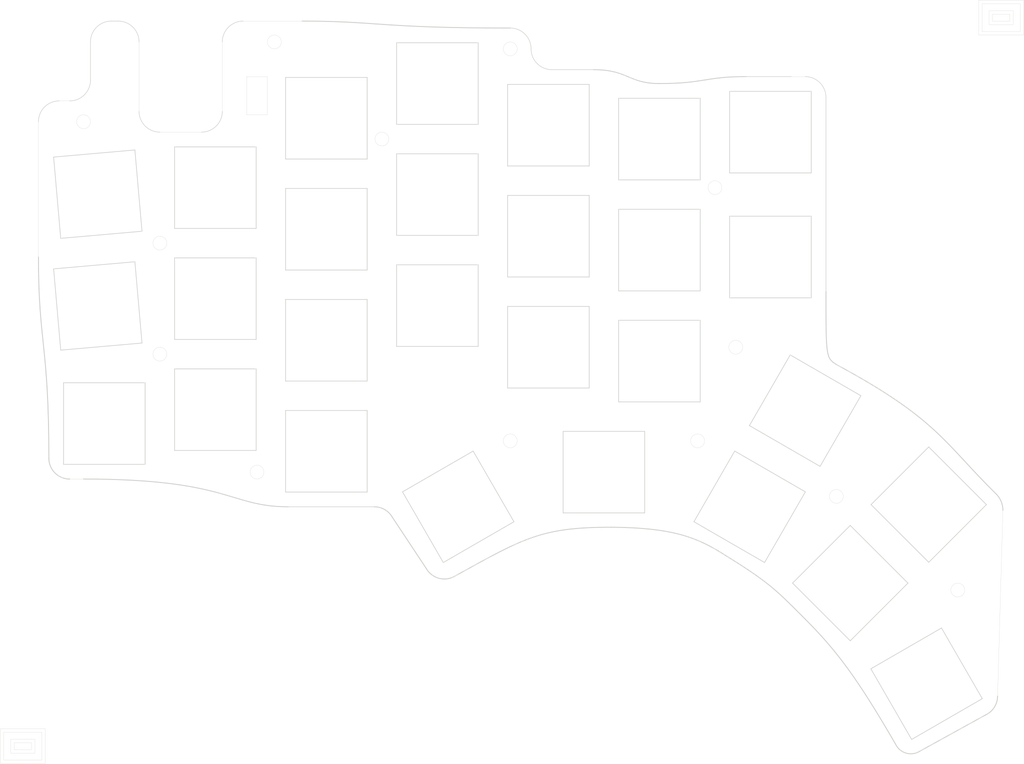
<source format=kicad_pcb>
(kicad_pcb (version 20221018) (generator pcbnew)
  (layers (0 "F.Cu" signal) (31 "B.Cu" signal) (34 "B.Paste" user) (35 "F.Paste" user) (36 "B.SilkS" user "B.Silkscreen") (37 "F.SilkS" user "F.Silkscreen") (38 "B.Mask" user) (39 "F.Mask" user) (44 "Edge.Cuts" user))
  (net 0 "")
  (footprint "pretty:SW_Hole" (layer "F.Cu") (at 139.898555 124.420417 -30)
    (fp_text reference "SE3" hide)
    (fp_text value "SW" hide)
    (fp_line (start -7 -7) (end -7 7) (stroke (width 0.12)) (layer "Edge.Cuts"))
    (fp_line (start -7 7) (end 7 7) (stroke (width 0.12)) (layer "Edge.Cuts"))
    (fp_line (start 7 -7) (end -7 -7) (stroke (width 0.12)) (layer "Edge.Cuts"))
    (fp_line (start 7 7) (end 7 -7) (stroke (width 0.12)) (layer "Edge.Cuts"))
  )
  (footprint "pretty:SW_Hole" (layer "F.Cu") (at 28.044285 70.771347 -85)
    (fp_text reference "SA0" hide)
    (fp_text value "SW" hide)
    (fp_line (start -7 -7) (end -7 7) (stroke (width 0.12)) (layer "Edge.Cuts"))
    (fp_line (start -7 7) (end 7 7) (stroke (width 0.12)) (layer "Edge.Cuts"))
    (fp_line (start 7 -7) (end -7 -7) (stroke (width 0.12)) (layer "Edge.Cuts"))
    (fp_line (start 7 7) (end 7 -7) (stroke (width 0.12)) (layer "Edge.Cuts"))
  )
  (footprint "pretty:SW_Hole" (layer "F.Cu") (at 67.270385 76.795303)
    (fp_text reference "SB2" hide)
    (fp_text value "SW" hide)
    (fp_line (start -7 -7) (end -7 7) (stroke (width 0.12)) (layer "Edge.Cuts"))
    (fp_line (start -7 7) (end 7 7) (stroke (width 0.12)) (layer "Edge.Cuts"))
    (fp_line (start 7 -7) (end -7 -7) (stroke (width 0.12)) (layer "Edge.Cuts"))
    (fp_line (start 7 7) (end 7 -7) (stroke (width 0.12)) (layer "Edge.Cuts"))
  )
  (footprint "pretty:SW_Hole" (layer "F.Cu") (at 48.220385 107.751603)
    (fp_text reference "SC1" hide)
    (fp_text value "SW" hide)
    (fp_line (start -7 -7) (end -7 7) (stroke (width 0.12)) (layer "Edge.Cuts"))
    (fp_line (start -7 7) (end 7 7) (stroke (width 0.12)) (layer "Edge.Cuts"))
    (fp_line (start 7 -7) (end -7 -7) (stroke (width 0.12)) (layer "Edge.Cuts"))
    (fp_line (start 7 7) (end 7 -7) (stroke (width 0.12)) (layer "Edge.Cuts"))
  )
  (footprint "pretty:SW_Hole" (layer "F.Cu") (at 105.370385 77.986003)
    (fp_text reference "SB4" hide)
    (fp_text value "SW" hide)
    (fp_line (start -7 -7) (end -7 7) (stroke (width 0.12)) (layer "Edge.Cuts"))
    (fp_line (start -7 7) (end 7 7) (stroke (width 0.12)) (layer "Edge.Cuts"))
    (fp_line (start 7 -7) (end -7 -7) (stroke (width 0.12)) (layer "Edge.Cuts"))
    (fp_line (start 7 7) (end 7 -7) (stroke (width 0.12)) (layer "Edge.Cuts"))
  )
  (footprint "pretty:SW_Hole" (layer "F.Cu") (at 86.320385 51.792171)
    (fp_text reference "SA3" hide)
    (fp_text value "SW" hide)
    (fp_line (start -7 -7) (end -7 7) (stroke (width 0.12)) (layer "Edge.Cuts"))
    (fp_line (start -7 7) (end 7 7) (stroke (width 0.12)) (layer "Edge.Cuts"))
    (fp_line (start 7 -7) (end -7 -7) (stroke (width 0.12)) (layer "Edge.Cuts"))
    (fp_line (start 7 7) (end 7 -7) (stroke (width 0.12)) (layer "Edge.Cuts"))
  )
  (footprint "pretty:SW_Hole" (layer "F.Cu") (at 29.170385 110.132847 -90)
    (fp_text reference "SC0" hide)
    (fp_text value "SW" hide)
    (fp_line (start -7 -7) (end -7 7) (stroke (width 0.12)) (layer "Edge.Cuts"))
    (fp_line (start -7 7) (end 7 7) (stroke (width 0.12)) (layer "Edge.Cuts"))
    (fp_line (start 7 -7) (end -7 -7) (stroke (width 0.12)) (layer "Edge.Cuts"))
    (fp_line (start 7 7) (end 7 -7) (stroke (width 0.12)) (layer "Edge.Cuts"))
  )
  (footprint "pretty:SW_Hole" (layer "F.Cu") (at 114.895409 118.467347)
    (fp_text reference "SE2" hide)
    (fp_text value "SW" hide)
    (fp_line (start -7 -7) (end -7 7) (stroke (width 0.12)) (layer "Edge.Cuts"))
    (fp_line (start -7 7) (end 7 7) (stroke (width 0.12)) (layer "Edge.Cuts"))
    (fp_line (start 7 -7) (end -7 -7) (stroke (width 0.12)) (layer "Edge.Cuts"))
    (fp_line (start 7 7) (end 7 -7) (stroke (width 0.12)) (layer "Edge.Cuts"))
  )
  (footprint "pretty:SW_Hole" (layer "F.Cu") (at 157.162632 137.517303 -45)
    (fp_text reference "SE4" hide)
    (fp_text value "SW" hide)
    (fp_line (start -7 -7) (end -7 7) (stroke (width 0.12)) (layer "Edge.Cuts"))
    (fp_line (start -7 7) (end 7 7) (stroke (width 0.12)) (layer "Edge.Cuts"))
    (fp_line (start 7 -7) (end -7 -7) (stroke (width 0.12)) (layer "Edge.Cuts"))
    (fp_line (start 7 7) (end 7 -7) (stroke (width 0.12)) (layer "Edge.Cuts"))
  )
  (footprint "pretty:SW_Hole" (layer "F.Cu") (at 48.220353 69.651561)
    (fp_text reference "SA1" hide)
    (fp_text value "SW" hide)
    (fp_line (start -7 -7) (end -7 7) (stroke (width 0.12)) (layer "Edge.Cuts"))
    (fp_line (start -7 7) (end 7 7) (stroke (width 0.12)) (layer "Edge.Cuts"))
    (fp_line (start 7 -7) (end -7 -7) (stroke (width 0.12)) (layer "Edge.Cuts"))
    (fp_line (start 7 7) (end 7 -7) (stroke (width 0.12)) (layer "Edge.Cuts"))
  )
  (footprint "pretty:SW_Hole" (layer "F.Cu") (at 170.259518 154.78138 -60)
    (fp_text reference locked "SE5" hide)
    (fp_text value "SW" hide)
    (fp_line (start -7 -7) (end -7 7) (stroke (width 0.12)) (layer "Edge.Cuts"))
    (fp_line (start -7 7) (end 7 7) (stroke (width 0.12)) (layer "Edge.Cuts"))
    (fp_line (start 7 -7) (end -7 -7) (stroke (width 0.12)) (layer "Edge.Cuts"))
    (fp_line (start 7 7) (end 7 -7) (stroke (width 0.12)) (layer "Edge.Cuts"))
  )
  (footprint "pretty:SW_Hole" (layer "F.Cu") (at 170.633028 124.046907 135)
    (fp_text reference "SD5" hide)
    (fp_text value "SW" hide)
    (fp_line (start -7 -7) (end -7 7) (stroke (width 0.12)) (layer "Edge.Cuts"))
    (fp_line (start -7 7) (end 7 7) (stroke (width 0.12)) (layer "Edge.Cuts"))
    (fp_line (start 7 -7) (end -7 -7) (stroke (width 0.12)) (layer "Edge.Cuts"))
    (fp_line (start 7 7) (end 7 -7) (stroke (width 0.12)) (layer "Edge.Cuts"))
  )
  (footprint "pretty:SW_Hole" (layer "F.Cu") (at 105.370385 97.036003)
    (fp_text reference "SC4" hide)
    (fp_text value "SW" hide)
    (fp_line (start -7 -7) (end -7 7) (stroke (width 0.12)) (layer "Edge.Cuts"))
    (fp_line (start -7 7) (end 7 7) (stroke (width 0.12)) (layer "Edge.Cuts"))
    (fp_line (start 7 -7) (end -7 -7) (stroke (width 0.12)) (layer "Edge.Cuts"))
    (fp_line (start 7 7) (end 7 -7) (stroke (width 0.12)) (layer "Edge.Cuts"))
  )
  (footprint "pretty:SW_Hole" (layer "F.Cu") (at 124.420385 99.417203)
    (fp_text reference "SC5" hide)
    (fp_text value "SW" hide)
    (fp_line (start -7 -7) (end -7 7) (stroke (width 0.12)) (layer "Edge.Cuts"))
    (fp_line (start -7 7) (end 7 7) (stroke (width 0.12)) (layer "Edge.Cuts"))
    (fp_line (start 7 -7) (end -7 -7) (stroke (width 0.12)) (layer "Edge.Cuts"))
    (fp_line (start 7 7) (end 7 -7) (stroke (width 0.12)) (layer "Edge.Cuts"))
  )
  (footprint "pretty:SW_Hole" (layer "F.Cu") (at 86.320385 89.892203)
    (fp_text reference "SC3" hide)
    (fp_text value "SW" hide)
    (fp_line (start -7 -7) (end -7 7) (stroke (width 0.12)) (layer "Edge.Cuts"))
    (fp_line (start -7 7) (end 7 7) (stroke (width 0.12)) (layer "Edge.Cuts"))
    (fp_line (start 7 -7) (end -7 -7) (stroke (width 0.12)) (layer "Edge.Cuts"))
    (fp_line (start 7 7) (end 7 -7) (stroke (width 0.12)) (layer "Edge.Cuts"))
  )
  (footprint "pretty:SW_Hole" (layer "F.Cu") (at 67.270385 95.845303)
    (fp_text reference "SC2" hide)
    (fp_text value "SW" hide)
    (fp_line (start -7 -7) (end -7 7) (stroke (width 0.12)) (layer "Edge.Cuts"))
    (fp_line (start -7 7) (end 7 7) (stroke (width 0.12)) (layer "Edge.Cuts"))
    (fp_line (start 7 -7) (end -7 -7) (stroke (width 0.12)) (layer "Edge.Cuts"))
    (fp_line (start 7 7) (end 7 -7) (stroke (width 0.12)) (layer "Edge.Cuts"))
  )
  (footprint "pretty:SW_Hole" (layer "F.Cu") (at 124.420417 61.317179)
    (fp_text reference "SA5" hide)
    (fp_text value "SW" hide)
    (fp_line (start -7 -7) (end -7 7) (stroke (width 0.12)) (layer "Edge.Cuts"))
    (fp_line (start -7 7) (end 7 7) (stroke (width 0.12)) (layer "Edge.Cuts"))
    (fp_line (start 7 -7) (end -7 -7) (stroke (width 0.12)) (layer "Edge.Cuts"))
    (fp_line (start 7 7) (end 7 -7) (stroke (width 0.12)) (layer "Edge.Cuts"))
  )
  (footprint "pretty:SW_Hole" (layer "F.Cu") (at 143.470433 60.126613 90)
    (fp_text reference "SD2" hide)
    (fp_text value "SW" hide)
    (fp_line (start -7 -7) (end -7 7) (stroke (width 0.12)) (layer "Edge.Cuts"))
    (fp_line (start -7 7) (end 7 7) (stroke (width 0.12)) (layer "Edge.Cuts"))
    (fp_line (start 7 -7) (end -7 -7) (stroke (width 0.12)) (layer "Edge.Cuts"))
    (fp_line (start 7 7) (end 7 -7) (stroke (width 0.12)) (layer "Edge.Cuts"))
  )
  (footprint "pretty:SW_Hole" (layer "F.Cu") (at 149.423563 107.922619 150)
    (fp_text reference "SD4" hide)
    (fp_text value "SW" hide)
    (fp_line (start -7 -7) (end -7 7) (stroke (width 0.12)) (layer "Edge.Cuts"))
    (fp_line (start -7 7) (end 7 7) (stroke (width 0.12)) (layer "Edge.Cuts"))
    (fp_line (start 7 -7) (end -7 -7) (stroke (width 0.12)) (layer "Edge.Cuts"))
    (fp_line (start 7 7) (end 7 -7) (stroke (width 0.12)) (layer "Edge.Cuts"))
  )
  (footprint "pretty:SW_Hole" (layer "F.Cu") (at 124.420385 80.367203)
    (fp_text reference "SB5" hide)
    (fp_text value "SW" hide)
    (fp_line (start -7 -7) (end -7 7) (stroke (width 0.12)) (layer "Edge.Cuts"))
    (fp_line (start -7 7) (end 7 7) (stroke (width 0.12)) (layer "Edge.Cuts"))
    (fp_line (start 7 -7) (end -7 -7) (stroke (width 0.12)) (layer "Edge.Cuts"))
    (fp_line (start 7 7) (end 7 -7) (stroke (width 0.12)) (layer "Edge.Cuts"))
  )
  (footprint "pretty:SW_Hole" (layer "F.Cu") (at 67.270369 57.745301)
    (fp_text reference "SA2" hide)
    (fp_text value "SW" hide)
    (fp_line (start -7 -7) (end -7 7) (stroke (width 0.12)) (layer "Edge.Cuts"))
    (fp_line (start -7 7) (end 7 7) (stroke (width 0.12)) (layer "Edge.Cuts"))
    (fp_line (start 7 -7) (end -7 -7) (stroke (width 0.12)) (layer "Edge.Cuts"))
    (fp_line (start 7 7) (end 7 -7) (stroke (width 0.12)) (layer "Edge.Cuts"))
  )
  (footprint "pretty:SW_Hole" (layer "F.Cu") (at 67.270369 114.895409)
    (fp_text reference "SE0" hide)
    (fp_text value "SW" hide)
    (fp_line (start -7 -7) (end -7 7) (stroke (width 0.12)) (layer "Edge.Cuts"))
    (fp_line (start -7 7) (end 7 7) (stroke (width 0.12)) (layer "Edge.Cuts"))
    (fp_line (start 7 -7) (end -7 -7) (stroke (width 0.12)) (layer "Edge.Cuts"))
    (fp_line (start 7 7) (end 7 -7) (stroke (width 0.12)) (layer "Edge.Cuts"))
  )
  (footprint "pretty:SW_Hole" (layer "F.Cu") (at 28.044285 89.954147 -85)
    (fp_text reference "SB0" hide)
    (fp_text value "SW" hide)
    (fp_line (start -7 -7) (end -7 7) (stroke (width 0.12)) (layer "Edge.Cuts"))
    (fp_line (start -7 7) (end 7 7) (stroke (width 0.12)) (layer "Edge.Cuts"))
    (fp_line (start 7 -7) (end -7 -7) (stroke (width 0.12)) (layer "Edge.Cuts"))
    (fp_line (start 7 7) (end 7 -7) (stroke (width 0.12)) (layer "Edge.Cuts"))
  )
  (footprint "pretty:SW_Hole" (layer "F.Cu") (at 143.470433 81.557881 90)
    (fp_text reference "SD3" hide)
    (fp_text value "SW" hide)
    (fp_line (start -7 -7) (end -7 7) (stroke (width 0.12)) (layer "Edge.Cuts"))
    (fp_line (start -7 7) (end 7 7) (stroke (width 0.12)) (layer "Edge.Cuts"))
    (fp_line (start 7 -7) (end -7 -7) (stroke (width 0.12)) (layer "Edge.Cuts"))
    (fp_line (start 7 7) (end 7 -7) (stroke (width 0.12)) (layer "Edge.Cuts"))
  )
  (footprint "pretty:SW_Hole" (layer "F.Cu") (at 89.892263 124.420417 30)
    (fp_text reference locked "SE1" hide)
    (fp_text value "SW" hide)
    (fp_line (start -7 -7) (end -7 7) (stroke (width 0.12)) (layer "Edge.Cuts"))
    (fp_line (start -7 7) (end 7 7) (stroke (width 0.12)) (layer "Edge.Cuts"))
    (fp_line (start 7 -7) (end -7 -7) (stroke (width 0.12)) (layer "Edge.Cuts"))
    (fp_line (start 7 7) (end 7 -7) (stroke (width 0.12)) (layer "Edge.Cuts"))
  )
  (footprint "pretty:SW_Hole" (layer "F.Cu") (at 48.220385 88.701603)
    (fp_text reference "SB1" hide)
    (fp_text value "SW" hide)
    (fp_line (start -7 -7) (end -7 7) (stroke (width 0.12)) (layer "Edge.Cuts"))
    (fp_line (start -7 7) (end 7 7) (stroke (width 0.12)) (layer "Edge.Cuts"))
    (fp_line (start 7 -7) (end -7 -7) (stroke (width 0.12)) (layer "Edge.Cuts"))
    (fp_line (start 7 7) (end 7 -7) (stroke (width 0.12)) (layer "Edge.Cuts"))
  )
  (footprint "pretty:SW_Hole" (layer "F.Cu") (at 86.320385 70.842203)
    (fp_text reference "SB3" hide)
    (fp_text value "SW" hide)
    (fp_line (start -7 -7) (end -7 7) (stroke (width 0.12)) (layer "Edge.Cuts"))
    (fp_line (start -7 7) (end 7 7) (stroke (width 0.12)) (layer "Edge.Cuts"))
    (fp_line (start 7 -7) (end -7 -7) (stroke (width 0.12)) (layer "Edge.Cuts"))
    (fp_line (start 7 7) (end 7 -7) (stroke (width 0.12)) (layer "Edge.Cuts"))
  )
  (footprint "pretty:SW_Hole" (layer "F.Cu") (at 105.370401 58.935927)
    (fp_text reference "SA4" hide)
    (fp_text value "SW" hide)
    (fp_line (start -7 -7) (end -7 7) (stroke (width 0.12)) (layer "Edge.Cuts"))
    (fp_line (start -7 7) (end 7 7) (stroke (width 0.12)) (layer "Edge.Cuts"))
    (fp_line (start 7 -7) (end -7 -7) (stroke (width 0.12)) (layer "Edge.Cuts"))
    (fp_line (start 7 7) (end 7 -7) (stroke (width 0.12)) (layer "Edge.Cuts"))
  )
  (gr_curve locked (pts (xy 149.469013 143.733231) (xy 154.82683 149.091048) (xy 158.398708 153.853552) (xy 164.947151 165.164499)) (stroke (width 0.16)) (layer "Edge.Cuts"))
  (gr_curve locked (pts (xy 19.645329 116.086035) (xy 19.645329 96.440706) (xy 17.85939 96.440706) (xy 17.85939 81.557881)) (stroke (width 0.16)) (layer "Edge.Cuts"))
  (gr_arc locked (start 23.217207 119.657865) (mid 20.691497 118.611731) (end 19.645329 116.086035) (stroke (width 0.16)) (layer "Edge.Cuts"))
  (gr_line locked (start 23.217207 119.657865) (end 25.598459 119.657913) (stroke (width 0.0381)) (layer "Edge.Cuts"))
  (gr_arc locked (start 17.85939 58.340674) (mid 18.905567 55.814973) (end 21.431268 54.768796) (stroke (width 0.1)) (layer "Edge.Cuts"))
  (gr_rect (start 179.189213 37.504719) (end 186.928282 43.457849) (stroke (width 0.0381)) (fill none) (layer "Edge.Cuts"))
  (gr_line locked (start 49.410979 56.554735) (end 49.410979 44.648475) (stroke (width 0.0381)) (layer "Edge.Cuts"))
  (gr_line locked (start 38.695345 60.126613) (end 45.839101 60.126613) (stroke (width 0.0381)) (layer "Edge.Cuts"))
  (gr_arc locked (start 26.789085 44.648475) (mid 27.835261 42.122773) (end 30.360963 41.076597) (stroke (width 0.1)) (layer "Edge.Cuts"))
  (gr_circle locked (center 38.695345 98.226645) (end 39.885971 98.226645) (stroke (width 0.0381)) (fill none) (layer "Edge.Cuts"))
  (gr_rect (start 179.784526 38.100032) (end 186.332969 42.862536) (stroke (width 0.0381)) (fill none) (layer "Edge.Cuts"))
  (gr_rect (start 181.570465 39.885971) (end 184.54703 41.076597) (stroke (width 0.0381)) (fill none) (layer "Edge.Cuts"))
  (gr_circle locked (center 98.821958 113.10947) (end 100.012584 113.10947) (stroke (width 0.0381)) (fill none) (layer "Edge.Cuts"))
  (gr_line locked (start 26.789085 51.196918) (end 26.789085 44.648475) (stroke (width 0.1)) (layer "Edge.Cuts"))
  (gr_curve locked (pts (xy 124.420417 51.792231) (xy 132.159486 51.792231) (xy 132.159486 50.601605) (xy 139.303242 50.601605)) (stroke (width 0.16)) (layer "Edge.Cuts"))
  (gr_circle locked (center 76.795377 61.317239) (end 77.986003 61.317239) (stroke (width 0.0381)) (fill none) (layer "Edge.Cuts"))
  (gr_line locked (start 17.85939 58.340674) (end 17.85939 81.557881) (stroke (width 0.0381)) (layer "Edge.Cuts"))
  (gr_curve locked (pts (xy 152.995441 87.511011) (xy 152.995441 98.821958) (xy 152.995441 98.821958) (xy 154.78138 100.012584)) (stroke (width 0.16)) (layer "Edge.Cuts"))
  (gr_arc locked (start 49.410979 56.554735) (mid 48.3648 59.080435) (end 45.839101 60.126613) (stroke (width 0.1)) (layer "Edge.Cuts"))
  (gr_arc locked (start 98.821958 42.267223) (mid 101.347658 43.313392) (end 102.393836 45.839101) (stroke (width 0.1)) (layer "Edge.Cuts"))
  (gr_line locked (start 139.303242 50.601605) (end 147.042311 50.601605) (stroke (width 0.1)) (layer "Edge.Cuts"))
  (gr_line locked (start 78.581316 126.206356) (end 84.417666 135.019586) (stroke (width 0.16)) (layer "Edge.Cuts"))
  (gr_arc locked (start 38.695345 60.126613) (mid 36.169645 59.080434) (end 35.123467 56.554735) (stroke (width 0.1)) (layer "Edge.Cuts"))
  (gr_curve locked (pts (xy 124.420417 51.792231) (xy 119.0626 51.792231) (xy 119.0626 49.410979) (xy 113.10947 49.410979)) (stroke (width 0.16)) (layer "Edge.Cuts"))
  (gr_line locked (start 169.068892 166.376938) (end 180.379839 160.139197) (stroke (width 0.16)) (layer "Edge.Cuts"))
  (gr_line (start 63.103178 41.076597) (end 52.982857 41.076597) (stroke (width 0.0381)) (layer "Edge.Cuts"))
  (gr_circle locked (center 133.945425 69.651621) (end 135.136051 69.651621) (stroke (width 0.0381)) (fill none) (layer "Edge.Cuts"))
  (gr_arc locked (start 31.551589 41.076597) (mid 34.077289 42.122776) (end 35.123467 44.648475) (stroke (width 0.1)) (layer "Edge.Cuts"))
  (gr_line locked (start 35.123467 44.648475) (end 35.123467 56.554735) (stroke (width 0.0381)) (layer "Edge.Cuts"))
  (gr_rect (start 11.310947 162.520449) (end 19.050016 168.473579) (stroke (width 0.0381)) (fill none) (layer "Edge.Cuts"))
  (gr_line locked (start 75.487943 124.420403) (end 60.721926 124.420417) (stroke (width 0.1)) (layer "Edge.Cuts"))
  (gr_line locked (start 105.965714 49.410979) (end 113.10947 49.410979) (stroke (width 0.1)) (layer "Edge.Cuts"))
  (gr_rect (start 13.096886 164.306388) (end 17.264077 166.68764) (stroke (width 0.0381)) (fill none) (layer "Edge.Cuts"))
  (gr_arc locked (start 49.410979 44.648475) (mid 50.457158 42.122775) (end 52.982857 41.076597) (stroke (width 0.1)) (layer "Edge.Cuts"))
  (gr_curve locked (pts (xy 116.132283 127.928273) (xy 104.226023 127.928273) (xy 101.249458 129.714212) (xy 89.29695 136.326677)) (stroke (width 0.16)) (layer "Edge.Cuts"))
  (gr_arc locked (start 149.423563 50.601605) (mid 151.949261 51.647787) (end 152.995441 54.173483) (stroke (width 0.1)) (layer "Edge.Cuts"))
  (gr_circle locked (center 25.598459 58.340674) (end 26.789085 58.340674) (stroke (width 0.0381)) (fill none) (layer "Edge.Cuts"))
  (gr_circle locked (center 175.617335 138.707929) (end 176.807961 138.707929) (stroke (width 0.0381)) (fill none) (layer "Edge.Cuts"))
  (gr_arc locked (start 89.29695 136.326677) (mid 86.586607 136.683644) (end 84.417666 135.019586) (stroke (width 0.16)) (layer "Edge.Cuts"))
  (gr_line locked (start 31.551589 41.076597) (end 30.360963 41.076597) (stroke (width 0.1)) (layer "Edge.Cuts"))
  (gr_curve locked (pts (xy 25.598459 119.657913) (xy 50.601605 119.657913) (xy 50.601605 124.420417) (xy 60.721926 124.420417)) (stroke (width 0.16)) (layer "Edge.Cuts"))
  (gr_circle locked (center 58.340674 44.648475) (end 59.5313 44.648475) (stroke (width 0.0381)) (fill none) (layer "Edge.Cuts"))
  (gr_line locked (start 147.042311 50.601605) (end 149.423563 50.601605) (stroke (width 0.0381)) (layer "Edge.Cuts"))
  (gr_arc locked (start 182.251803 122.27575) (mid 183.069862 123.538602) (end 183.356404 125.01573) (stroke (width 0.16)) (layer "Edge.Cuts"))
  (gr_line locked (start 182.445562 156.9004) (end 183.356404 125.01573) (stroke (width 0.0381)) (layer "Edge.Cuts"))
  (gr_circle locked (center 137.517303 97.036019) (end 138.707929 97.036019) (stroke (width 0.0381)) (fill none) (layer "Edge.Cuts"))
  (gr_rect (start 180.975152 39.290658) (end 185.142343 41.67191) (stroke (width 0.0381)) (fill none) (layer "Edge.Cuts"))
  (gr_curve locked (pts (xy 135.731364 132.754799) (xy 143.470433 137.517303) (xy 144.706509 138.970727) (xy 149.469013 143.733231)) (stroke (width 0.16)) (layer "Edge.Cuts"))
  (gr_curve locked (pts (xy 116.132283 127.928273) (xy 126.801669 127.992295) (xy 131.015108 129.714212) (xy 135.731364 132.754799)) (stroke (width 0.16)) (layer "Edge.Cuts"))
  (gr_line locked (start 21.431268 54.768796) (end 23.217207 54.768796) (stroke (width 0.0381)) (layer "Edge.Cuts"))
  (gr_arc locked (start 75.487943 124.420403) (mid 77.273898 124.898953) (end 78.581316 126.206356) (stroke (width 0.16)) (layer "Edge.Cuts"))
  (gr_circle locked (center 130.96886 113.10947) (end 132.159486 113.10947) (stroke (width 0.0381)) (fill none) (layer "Edge.Cuts"))
  (gr_arc locked (start 105.965714 49.410979) (mid 103.439989 48.364826) (end 102.393836 45.839101) (stroke (width 0.1)) (layer "Edge.Cuts"))
  (gr_arc locked (start 182.445562 156.9004) (mid 181.885172 158.821143) (end 180.379839 160.139197) (stroke (width 0.16)) (layer "Edge.Cuts"))
  (gr_circle locked (center 55.364109 118.467287) (end 56.554735 118.467287) (stroke (width 0.0381)) (fill none) (layer "Edge.Cuts"))
  (gr_arc locked (start 169.068892 166.376938) (mid 166.738293 166.687671) (end 164.947151 165.164499) (stroke (width 0.16)) (layer "Edge.Cuts"))
  (gr_curve (pts (xy 98.821958 42.267223) (xy 76.200064 42.267223) (xy 76.200064 41.076597) (xy 63.103178 41.076597)) (stroke (width 0.16)) (layer "Edge.Cuts"))
  (gr_curve locked (pts (xy 154.78138 100.012584) (xy 172.147371 109.361328) (xy 173.337997 113.528519) (xy 182.251803 122.27575)) (stroke (width 0.16)) (layer "Edge.Cuts"))
  (gr_circle locked (center 38.695345 79.176629) (end 39.885971 79.176629) (stroke (width 0.0381)) (fill none) (layer "Edge.Cuts"))
  (gr_rect locked (start 53.57817 50.601605) (end 57.150048 57.150048) (stroke (width 0.0381)) (fill none) (layer "Edge.Cuts"))
  (gr_circle locked (center 154.78138 122.634478) (end 155.972006 122.634478) (stroke (width 0.0381)) (fill none) (layer "Edge.Cuts"))
  (gr_arc locked (start 26.789085 51.196918) (mid 25.742908 53.722619) (end 23.217207 54.768796) (stroke (width 0.1)) (layer "Edge.Cuts"))
  (gr_rect (start 11.90626 163.115762) (end 18.454703 167.878266) (stroke (width 0.0381)) (fill none) (layer "Edge.Cuts"))
  (gr_rect (start 13.692199 164.901701) (end 16.668764 166.092327) (stroke (width 0.0381)) (fill none) (layer "Edge.Cuts"))
  (gr_line locked (start 152.995441 87.511011) (end 152.995441 54.173483) (stroke (width 0.1)) (layer "Edge.Cuts"))
  (gr_circle locked (center 98.821958 45.839101) (end 100.012584 45.839101) (stroke (width 0.0381)) (fill none) (layer "Edge.Cuts"))
)
</source>
